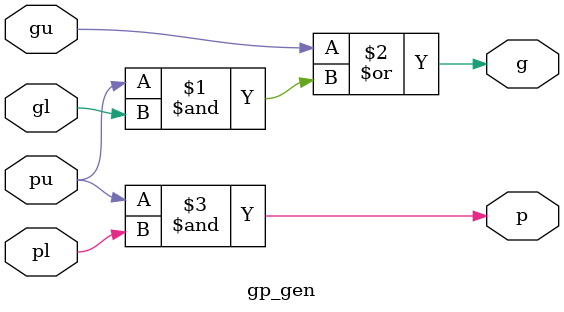
<source format=v>
`timescale 1ns / 1ps


module gp_gen(gu,gl,pu,pl,g,p);

input gu,gl,pu,pl;
output g,p;

assign g = gu | (pu & gl);
assign p = pu & pl;

endmodule

</source>
